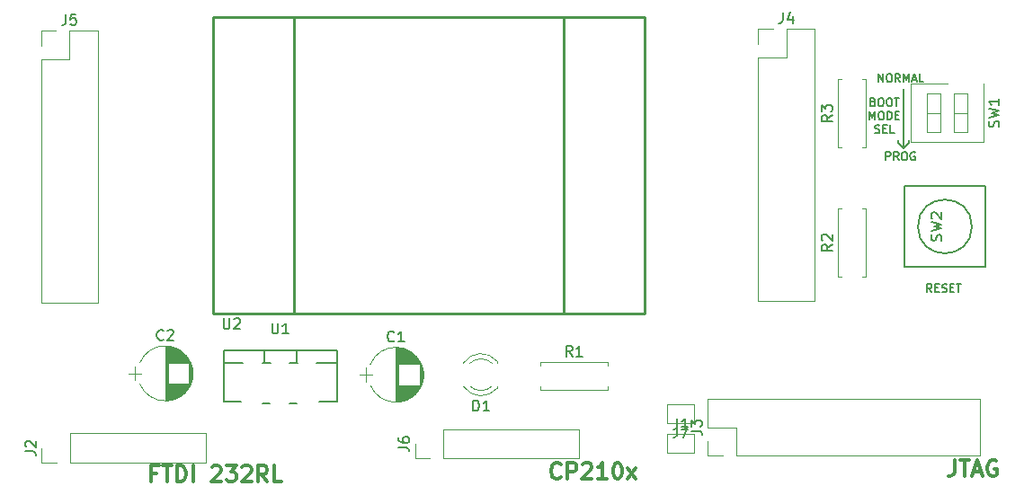
<source format=gto>
G04 #@! TF.GenerationSoftware,KiCad,Pcbnew,no-vcs-found-08c4a0b~58~ubuntu16.04.1*
G04 #@! TF.CreationDate,2017-08-29T22:35:06+03:00*
G04 #@! TF.ProjectId,ESP-32-programmer,4553502D33322D70726F6772616D6D65,1*
G04 #@! TF.SameCoordinates,Original
G04 #@! TF.FileFunction,Legend,Top*
G04 #@! TF.FilePolarity,Positive*
%FSLAX46Y46*%
G04 Gerber Fmt 4.6, Leading zero omitted, Abs format (unit mm)*
G04 Created by KiCad (PCBNEW no-vcs-found-08c4a0b~58~ubuntu16.04.1) date Tue Aug 29 22:35:06 2017*
%MOMM*%
%LPD*%
G01*
G04 APERTURE LIST*
%ADD10C,0.300000*%
%ADD11C,0.127000*%
%ADD12C,0.200000*%
%ADD13C,0.254000*%
%ADD14C,0.050000*%
%ADD15C,0.120000*%
%ADD16C,0.150000*%
G04 APERTURE END LIST*
D10*
X109272285Y-87776857D02*
X108772285Y-87776857D01*
X108772285Y-88562571D02*
X108772285Y-87062571D01*
X109486571Y-87062571D01*
X109843714Y-87062571D02*
X110700857Y-87062571D01*
X110272285Y-88562571D02*
X110272285Y-87062571D01*
X111200857Y-88562571D02*
X111200857Y-87062571D01*
X111558000Y-87062571D01*
X111772285Y-87134000D01*
X111915142Y-87276857D01*
X111986571Y-87419714D01*
X112058000Y-87705428D01*
X112058000Y-87919714D01*
X111986571Y-88205428D01*
X111915142Y-88348285D01*
X111772285Y-88491142D01*
X111558000Y-88562571D01*
X111200857Y-88562571D01*
X112700857Y-88562571D02*
X112700857Y-87062571D01*
X114486571Y-87205428D02*
X114558000Y-87134000D01*
X114700857Y-87062571D01*
X115058000Y-87062571D01*
X115200857Y-87134000D01*
X115272285Y-87205428D01*
X115343714Y-87348285D01*
X115343714Y-87491142D01*
X115272285Y-87705428D01*
X114415142Y-88562571D01*
X115343714Y-88562571D01*
X115843714Y-87062571D02*
X116772285Y-87062571D01*
X116272285Y-87634000D01*
X116486571Y-87634000D01*
X116629428Y-87705428D01*
X116700857Y-87776857D01*
X116772285Y-87919714D01*
X116772285Y-88276857D01*
X116700857Y-88419714D01*
X116629428Y-88491142D01*
X116486571Y-88562571D01*
X116058000Y-88562571D01*
X115915142Y-88491142D01*
X115843714Y-88419714D01*
X117343714Y-87205428D02*
X117415142Y-87134000D01*
X117558000Y-87062571D01*
X117915142Y-87062571D01*
X118058000Y-87134000D01*
X118129428Y-87205428D01*
X118200857Y-87348285D01*
X118200857Y-87491142D01*
X118129428Y-87705428D01*
X117272285Y-88562571D01*
X118200857Y-88562571D01*
X119700857Y-88562571D02*
X119200857Y-87848285D01*
X118843714Y-88562571D02*
X118843714Y-87062571D01*
X119415142Y-87062571D01*
X119558000Y-87134000D01*
X119629428Y-87205428D01*
X119700857Y-87348285D01*
X119700857Y-87562571D01*
X119629428Y-87705428D01*
X119558000Y-87776857D01*
X119415142Y-87848285D01*
X118843714Y-87848285D01*
X121058000Y-88562571D02*
X120343714Y-88562571D01*
X120343714Y-87062571D01*
X147332285Y-88165714D02*
X147260857Y-88237142D01*
X147046571Y-88308571D01*
X146903714Y-88308571D01*
X146689428Y-88237142D01*
X146546571Y-88094285D01*
X146475142Y-87951428D01*
X146403714Y-87665714D01*
X146403714Y-87451428D01*
X146475142Y-87165714D01*
X146546571Y-87022857D01*
X146689428Y-86880000D01*
X146903714Y-86808571D01*
X147046571Y-86808571D01*
X147260857Y-86880000D01*
X147332285Y-86951428D01*
X147975142Y-88308571D02*
X147975142Y-86808571D01*
X148546571Y-86808571D01*
X148689428Y-86880000D01*
X148760857Y-86951428D01*
X148832285Y-87094285D01*
X148832285Y-87308571D01*
X148760857Y-87451428D01*
X148689428Y-87522857D01*
X148546571Y-87594285D01*
X147975142Y-87594285D01*
X149403714Y-86951428D02*
X149475142Y-86880000D01*
X149618000Y-86808571D01*
X149975142Y-86808571D01*
X150118000Y-86880000D01*
X150189428Y-86951428D01*
X150260857Y-87094285D01*
X150260857Y-87237142D01*
X150189428Y-87451428D01*
X149332285Y-88308571D01*
X150260857Y-88308571D01*
X151689428Y-88308571D02*
X150832285Y-88308571D01*
X151260857Y-88308571D02*
X151260857Y-86808571D01*
X151118000Y-87022857D01*
X150975142Y-87165714D01*
X150832285Y-87237142D01*
X152618000Y-86808571D02*
X152760857Y-86808571D01*
X152903714Y-86880000D01*
X152975142Y-86951428D01*
X153046571Y-87094285D01*
X153118000Y-87380000D01*
X153118000Y-87737142D01*
X153046571Y-88022857D01*
X152975142Y-88165714D01*
X152903714Y-88237142D01*
X152760857Y-88308571D01*
X152618000Y-88308571D01*
X152475142Y-88237142D01*
X152403714Y-88165714D01*
X152332285Y-88022857D01*
X152260857Y-87737142D01*
X152260857Y-87380000D01*
X152332285Y-87094285D01*
X152403714Y-86951428D01*
X152475142Y-86880000D01*
X152618000Y-86808571D01*
X153618000Y-88308571D02*
X154403714Y-87308571D01*
X153618000Y-87308571D02*
X154403714Y-88308571D01*
D11*
X177255714Y-50890714D02*
X177255714Y-50128714D01*
X177691142Y-50890714D01*
X177691142Y-50128714D01*
X178199142Y-50128714D02*
X178344285Y-50128714D01*
X178416857Y-50165000D01*
X178489428Y-50237571D01*
X178525714Y-50382714D01*
X178525714Y-50636714D01*
X178489428Y-50781857D01*
X178416857Y-50854428D01*
X178344285Y-50890714D01*
X178199142Y-50890714D01*
X178126571Y-50854428D01*
X178054000Y-50781857D01*
X178017714Y-50636714D01*
X178017714Y-50382714D01*
X178054000Y-50237571D01*
X178126571Y-50165000D01*
X178199142Y-50128714D01*
X179287714Y-50890714D02*
X179033714Y-50527857D01*
X178852285Y-50890714D02*
X178852285Y-50128714D01*
X179142571Y-50128714D01*
X179215142Y-50165000D01*
X179251428Y-50201285D01*
X179287714Y-50273857D01*
X179287714Y-50382714D01*
X179251428Y-50455285D01*
X179215142Y-50491571D01*
X179142571Y-50527857D01*
X178852285Y-50527857D01*
X179614285Y-50890714D02*
X179614285Y-50128714D01*
X179868285Y-50673000D01*
X180122285Y-50128714D01*
X180122285Y-50890714D01*
X180448857Y-50673000D02*
X180811714Y-50673000D01*
X180376285Y-50890714D02*
X180630285Y-50128714D01*
X180884285Y-50890714D01*
X181501142Y-50890714D02*
X181138285Y-50890714D01*
X181138285Y-50128714D01*
X177963285Y-58256714D02*
X177963285Y-57494714D01*
X178253571Y-57494714D01*
X178326142Y-57531000D01*
X178362428Y-57567285D01*
X178398714Y-57639857D01*
X178398714Y-57748714D01*
X178362428Y-57821285D01*
X178326142Y-57857571D01*
X178253571Y-57893857D01*
X177963285Y-57893857D01*
X179160714Y-58256714D02*
X178906714Y-57893857D01*
X178725285Y-58256714D02*
X178725285Y-57494714D01*
X179015571Y-57494714D01*
X179088142Y-57531000D01*
X179124428Y-57567285D01*
X179160714Y-57639857D01*
X179160714Y-57748714D01*
X179124428Y-57821285D01*
X179088142Y-57857571D01*
X179015571Y-57893857D01*
X178725285Y-57893857D01*
X179632428Y-57494714D02*
X179777571Y-57494714D01*
X179850142Y-57531000D01*
X179922714Y-57603571D01*
X179959000Y-57748714D01*
X179959000Y-58002714D01*
X179922714Y-58147857D01*
X179850142Y-58220428D01*
X179777571Y-58256714D01*
X179632428Y-58256714D01*
X179559857Y-58220428D01*
X179487285Y-58147857D01*
X179451000Y-58002714D01*
X179451000Y-57748714D01*
X179487285Y-57603571D01*
X179559857Y-57531000D01*
X179632428Y-57494714D01*
X180684714Y-57531000D02*
X180612142Y-57494714D01*
X180503285Y-57494714D01*
X180394428Y-57531000D01*
X180321857Y-57603571D01*
X180285571Y-57676142D01*
X180249285Y-57821285D01*
X180249285Y-57930142D01*
X180285571Y-58075285D01*
X180321857Y-58147857D01*
X180394428Y-58220428D01*
X180503285Y-58256714D01*
X180575857Y-58256714D01*
X180684714Y-58220428D01*
X180721000Y-58184142D01*
X180721000Y-57930142D01*
X180575857Y-57930142D01*
D12*
X180086000Y-56642000D02*
X180086000Y-56388000D01*
X179578000Y-57150000D02*
X180086000Y-56642000D01*
X179070000Y-56388000D02*
X179070000Y-56642000D01*
X179578000Y-57150000D02*
X179070000Y-56642000D01*
X179578000Y-51562000D02*
X179578000Y-57150000D01*
D11*
X176765857Y-52777571D02*
X176874714Y-52813857D01*
X176911000Y-52850142D01*
X176947285Y-52922714D01*
X176947285Y-53031571D01*
X176911000Y-53104142D01*
X176874714Y-53140428D01*
X176802142Y-53176714D01*
X176511857Y-53176714D01*
X176511857Y-52414714D01*
X176765857Y-52414714D01*
X176838428Y-52451000D01*
X176874714Y-52487285D01*
X176911000Y-52559857D01*
X176911000Y-52632428D01*
X176874714Y-52705000D01*
X176838428Y-52741285D01*
X176765857Y-52777571D01*
X176511857Y-52777571D01*
X177419000Y-52414714D02*
X177564142Y-52414714D01*
X177636714Y-52451000D01*
X177709285Y-52523571D01*
X177745571Y-52668714D01*
X177745571Y-52922714D01*
X177709285Y-53067857D01*
X177636714Y-53140428D01*
X177564142Y-53176714D01*
X177419000Y-53176714D01*
X177346428Y-53140428D01*
X177273857Y-53067857D01*
X177237571Y-52922714D01*
X177237571Y-52668714D01*
X177273857Y-52523571D01*
X177346428Y-52451000D01*
X177419000Y-52414714D01*
X178217285Y-52414714D02*
X178362428Y-52414714D01*
X178435000Y-52451000D01*
X178507571Y-52523571D01*
X178543857Y-52668714D01*
X178543857Y-52922714D01*
X178507571Y-53067857D01*
X178435000Y-53140428D01*
X178362428Y-53176714D01*
X178217285Y-53176714D01*
X178144714Y-53140428D01*
X178072142Y-53067857D01*
X178035857Y-52922714D01*
X178035857Y-52668714D01*
X178072142Y-52523571D01*
X178144714Y-52451000D01*
X178217285Y-52414714D01*
X178761571Y-52414714D02*
X179197000Y-52414714D01*
X178979285Y-53176714D02*
X178979285Y-52414714D01*
X176421142Y-54446714D02*
X176421142Y-53684714D01*
X176675142Y-54229000D01*
X176929142Y-53684714D01*
X176929142Y-54446714D01*
X177437142Y-53684714D02*
X177582285Y-53684714D01*
X177654857Y-53721000D01*
X177727428Y-53793571D01*
X177763714Y-53938714D01*
X177763714Y-54192714D01*
X177727428Y-54337857D01*
X177654857Y-54410428D01*
X177582285Y-54446714D01*
X177437142Y-54446714D01*
X177364571Y-54410428D01*
X177292000Y-54337857D01*
X177255714Y-54192714D01*
X177255714Y-53938714D01*
X177292000Y-53793571D01*
X177364571Y-53721000D01*
X177437142Y-53684714D01*
X178090285Y-54446714D02*
X178090285Y-53684714D01*
X178271714Y-53684714D01*
X178380571Y-53721000D01*
X178453142Y-53793571D01*
X178489428Y-53866142D01*
X178525714Y-54011285D01*
X178525714Y-54120142D01*
X178489428Y-54265285D01*
X178453142Y-54337857D01*
X178380571Y-54410428D01*
X178271714Y-54446714D01*
X178090285Y-54446714D01*
X178852285Y-54047571D02*
X179106285Y-54047571D01*
X179215142Y-54446714D02*
X178852285Y-54446714D01*
X178852285Y-53684714D01*
X179215142Y-53684714D01*
X176929142Y-55680428D02*
X177038000Y-55716714D01*
X177219428Y-55716714D01*
X177292000Y-55680428D01*
X177328285Y-55644142D01*
X177364571Y-55571571D01*
X177364571Y-55499000D01*
X177328285Y-55426428D01*
X177292000Y-55390142D01*
X177219428Y-55353857D01*
X177074285Y-55317571D01*
X177001714Y-55281285D01*
X176965428Y-55245000D01*
X176929142Y-55172428D01*
X176929142Y-55099857D01*
X176965428Y-55027285D01*
X177001714Y-54991000D01*
X177074285Y-54954714D01*
X177255714Y-54954714D01*
X177364571Y-54991000D01*
X177691142Y-55317571D02*
X177945142Y-55317571D01*
X178054000Y-55716714D02*
X177691142Y-55716714D01*
X177691142Y-54954714D01*
X178054000Y-54954714D01*
X178743428Y-55716714D02*
X178380571Y-55716714D01*
X178380571Y-54954714D01*
X182281285Y-70702714D02*
X182027285Y-70339857D01*
X181845857Y-70702714D02*
X181845857Y-69940714D01*
X182136142Y-69940714D01*
X182208714Y-69977000D01*
X182245000Y-70013285D01*
X182281285Y-70085857D01*
X182281285Y-70194714D01*
X182245000Y-70267285D01*
X182208714Y-70303571D01*
X182136142Y-70339857D01*
X181845857Y-70339857D01*
X182607857Y-70303571D02*
X182861857Y-70303571D01*
X182970714Y-70702714D02*
X182607857Y-70702714D01*
X182607857Y-69940714D01*
X182970714Y-69940714D01*
X183261000Y-70666428D02*
X183369857Y-70702714D01*
X183551285Y-70702714D01*
X183623857Y-70666428D01*
X183660142Y-70630142D01*
X183696428Y-70557571D01*
X183696428Y-70485000D01*
X183660142Y-70412428D01*
X183623857Y-70376142D01*
X183551285Y-70339857D01*
X183406142Y-70303571D01*
X183333571Y-70267285D01*
X183297285Y-70231000D01*
X183261000Y-70158428D01*
X183261000Y-70085857D01*
X183297285Y-70013285D01*
X183333571Y-69977000D01*
X183406142Y-69940714D01*
X183587571Y-69940714D01*
X183696428Y-69977000D01*
X184023000Y-70303571D02*
X184277000Y-70303571D01*
X184385857Y-70702714D02*
X184023000Y-70702714D01*
X184023000Y-69940714D01*
X184385857Y-69940714D01*
X184603571Y-69940714D02*
X185039000Y-69940714D01*
X184821285Y-70702714D02*
X184821285Y-69940714D01*
D10*
X184432000Y-86554571D02*
X184432000Y-87626000D01*
X184360571Y-87840285D01*
X184217714Y-87983142D01*
X184003428Y-88054571D01*
X183860571Y-88054571D01*
X184932000Y-86554571D02*
X185789142Y-86554571D01*
X185360571Y-88054571D02*
X185360571Y-86554571D01*
X186217714Y-87626000D02*
X186932000Y-87626000D01*
X186074857Y-88054571D02*
X186574857Y-86554571D01*
X187074857Y-88054571D01*
X188360571Y-86626000D02*
X188217714Y-86554571D01*
X188003428Y-86554571D01*
X187789142Y-86626000D01*
X187646285Y-86768857D01*
X187574857Y-86911714D01*
X187503428Y-87197428D01*
X187503428Y-87411714D01*
X187574857Y-87697428D01*
X187646285Y-87840285D01*
X187789142Y-87983142D01*
X188003428Y-88054571D01*
X188146285Y-88054571D01*
X188360571Y-87983142D01*
X188432000Y-87911714D01*
X188432000Y-87411714D01*
X188146285Y-87411714D01*
D13*
X147587000Y-72700000D02*
X147587000Y-72700000D01*
X147587000Y-72700000D02*
X147587000Y-72700000D01*
X147587000Y-72700000D02*
X147587000Y-72700000D01*
X147587000Y-44760000D02*
X147587000Y-72700000D01*
X122187000Y-72700000D02*
X122187000Y-72700000D01*
X122187000Y-44760000D02*
X122187000Y-72700000D01*
X114567000Y-72700000D02*
X114567000Y-72700000D01*
X155207000Y-72700000D02*
X114567000Y-72700000D01*
X155207000Y-72700000D02*
X155207000Y-72700000D01*
X155207000Y-44760000D02*
X155207000Y-72700000D01*
X155207000Y-44760000D02*
X155207000Y-44760000D01*
X114567000Y-44760000D02*
X155207000Y-44760000D01*
D14*
X114567000Y-44760000D02*
X114567000Y-44760000D01*
D13*
X114567000Y-72700000D02*
X114567000Y-44760000D01*
D14*
X155207000Y-72700000D02*
X114567000Y-72700000D01*
D15*
X98450000Y-86771000D02*
X98450000Y-85381000D01*
X99840000Y-86771000D02*
X98450000Y-86771000D01*
X101110000Y-83991000D02*
X101110000Y-86771000D01*
X113930000Y-83991000D02*
X101110000Y-83991000D01*
X113930000Y-86771000D02*
X113930000Y-83991000D01*
X101110000Y-86771000D02*
X113930000Y-86771000D01*
X134202863Y-77504600D02*
G75*
G03X129408564Y-77506000I-2396863J-981400D01*
G01*
X134202863Y-79467400D02*
G75*
G02X129408564Y-79466000I-2396863J981400D01*
G01*
X134202863Y-79467400D02*
G75*
G03X134203436Y-77506000I-2396863J981400D01*
G01*
X131806000Y-75936000D02*
X131806000Y-81036000D01*
X131846000Y-75936000D02*
X131846000Y-81036000D01*
X131886000Y-75937000D02*
X131886000Y-81035000D01*
X131926000Y-75938000D02*
X131926000Y-81034000D01*
X131966000Y-75940000D02*
X131966000Y-81032000D01*
X132006000Y-75943000D02*
X132006000Y-81029000D01*
X132046000Y-75947000D02*
X132046000Y-81025000D01*
X132086000Y-75951000D02*
X132086000Y-77506000D01*
X132086000Y-79466000D02*
X132086000Y-81021000D01*
X132126000Y-75955000D02*
X132126000Y-77506000D01*
X132126000Y-79466000D02*
X132126000Y-81017000D01*
X132166000Y-75961000D02*
X132166000Y-77506000D01*
X132166000Y-79466000D02*
X132166000Y-81011000D01*
X132206000Y-75967000D02*
X132206000Y-77506000D01*
X132206000Y-79466000D02*
X132206000Y-81005000D01*
X132246000Y-75973000D02*
X132246000Y-77506000D01*
X132246000Y-79466000D02*
X132246000Y-80999000D01*
X132286000Y-75980000D02*
X132286000Y-77506000D01*
X132286000Y-79466000D02*
X132286000Y-80992000D01*
X132326000Y-75988000D02*
X132326000Y-77506000D01*
X132326000Y-79466000D02*
X132326000Y-80984000D01*
X132366000Y-75997000D02*
X132366000Y-77506000D01*
X132366000Y-79466000D02*
X132366000Y-80975000D01*
X132406000Y-76006000D02*
X132406000Y-77506000D01*
X132406000Y-79466000D02*
X132406000Y-80966000D01*
X132446000Y-76016000D02*
X132446000Y-77506000D01*
X132446000Y-79466000D02*
X132446000Y-80956000D01*
X132486000Y-76026000D02*
X132486000Y-77506000D01*
X132486000Y-79466000D02*
X132486000Y-80946000D01*
X132527000Y-76038000D02*
X132527000Y-77506000D01*
X132527000Y-79466000D02*
X132527000Y-80934000D01*
X132567000Y-76050000D02*
X132567000Y-77506000D01*
X132567000Y-79466000D02*
X132567000Y-80922000D01*
X132607000Y-76062000D02*
X132607000Y-77506000D01*
X132607000Y-79466000D02*
X132607000Y-80910000D01*
X132647000Y-76076000D02*
X132647000Y-77506000D01*
X132647000Y-79466000D02*
X132647000Y-80896000D01*
X132687000Y-76090000D02*
X132687000Y-77506000D01*
X132687000Y-79466000D02*
X132687000Y-80882000D01*
X132727000Y-76104000D02*
X132727000Y-77506000D01*
X132727000Y-79466000D02*
X132727000Y-80868000D01*
X132767000Y-76120000D02*
X132767000Y-77506000D01*
X132767000Y-79466000D02*
X132767000Y-80852000D01*
X132807000Y-76136000D02*
X132807000Y-77506000D01*
X132807000Y-79466000D02*
X132807000Y-80836000D01*
X132847000Y-76153000D02*
X132847000Y-77506000D01*
X132847000Y-79466000D02*
X132847000Y-80819000D01*
X132887000Y-76171000D02*
X132887000Y-77506000D01*
X132887000Y-79466000D02*
X132887000Y-80801000D01*
X132927000Y-76190000D02*
X132927000Y-77506000D01*
X132927000Y-79466000D02*
X132927000Y-80782000D01*
X132967000Y-76210000D02*
X132967000Y-77506000D01*
X132967000Y-79466000D02*
X132967000Y-80762000D01*
X133007000Y-76230000D02*
X133007000Y-77506000D01*
X133007000Y-79466000D02*
X133007000Y-80742000D01*
X133047000Y-76252000D02*
X133047000Y-77506000D01*
X133047000Y-79466000D02*
X133047000Y-80720000D01*
X133087000Y-76274000D02*
X133087000Y-77506000D01*
X133087000Y-79466000D02*
X133087000Y-80698000D01*
X133127000Y-76297000D02*
X133127000Y-77506000D01*
X133127000Y-79466000D02*
X133127000Y-80675000D01*
X133167000Y-76321000D02*
X133167000Y-77506000D01*
X133167000Y-79466000D02*
X133167000Y-80651000D01*
X133207000Y-76346000D02*
X133207000Y-77506000D01*
X133207000Y-79466000D02*
X133207000Y-80626000D01*
X133247000Y-76373000D02*
X133247000Y-77506000D01*
X133247000Y-79466000D02*
X133247000Y-80599000D01*
X133287000Y-76400000D02*
X133287000Y-77506000D01*
X133287000Y-79466000D02*
X133287000Y-80572000D01*
X133327000Y-76428000D02*
X133327000Y-77506000D01*
X133327000Y-79466000D02*
X133327000Y-80544000D01*
X133367000Y-76458000D02*
X133367000Y-77506000D01*
X133367000Y-79466000D02*
X133367000Y-80514000D01*
X133407000Y-76489000D02*
X133407000Y-77506000D01*
X133407000Y-79466000D02*
X133407000Y-80483000D01*
X133447000Y-76521000D02*
X133447000Y-77506000D01*
X133447000Y-79466000D02*
X133447000Y-80451000D01*
X133487000Y-76554000D02*
X133487000Y-77506000D01*
X133487000Y-79466000D02*
X133487000Y-80418000D01*
X133527000Y-76589000D02*
X133527000Y-77506000D01*
X133527000Y-79466000D02*
X133527000Y-80383000D01*
X133567000Y-76625000D02*
X133567000Y-77506000D01*
X133567000Y-79466000D02*
X133567000Y-80347000D01*
X133607000Y-76663000D02*
X133607000Y-77506000D01*
X133607000Y-79466000D02*
X133607000Y-80309000D01*
X133647000Y-76703000D02*
X133647000Y-77506000D01*
X133647000Y-79466000D02*
X133647000Y-80269000D01*
X133687000Y-76744000D02*
X133687000Y-77506000D01*
X133687000Y-79466000D02*
X133687000Y-80228000D01*
X133727000Y-76787000D02*
X133727000Y-77506000D01*
X133727000Y-79466000D02*
X133727000Y-80185000D01*
X133767000Y-76832000D02*
X133767000Y-77506000D01*
X133767000Y-79466000D02*
X133767000Y-80140000D01*
X133807000Y-76880000D02*
X133807000Y-77506000D01*
X133807000Y-79466000D02*
X133807000Y-80092000D01*
X133847000Y-76930000D02*
X133847000Y-77506000D01*
X133847000Y-79466000D02*
X133847000Y-80042000D01*
X133887000Y-76982000D02*
X133887000Y-77506000D01*
X133887000Y-79466000D02*
X133887000Y-79990000D01*
X133927000Y-77038000D02*
X133927000Y-77506000D01*
X133927000Y-79466000D02*
X133927000Y-79934000D01*
X133967000Y-77096000D02*
X133967000Y-77506000D01*
X133967000Y-79466000D02*
X133967000Y-79876000D01*
X134007000Y-77159000D02*
X134007000Y-77506000D01*
X134007000Y-79466000D02*
X134007000Y-79813000D01*
X134047000Y-77225000D02*
X134047000Y-79747000D01*
X134087000Y-77297000D02*
X134087000Y-79675000D01*
X134127000Y-77374000D02*
X134127000Y-79598000D01*
X134167000Y-77458000D02*
X134167000Y-79514000D01*
X134207000Y-77552000D02*
X134207000Y-79420000D01*
X134247000Y-77657000D02*
X134247000Y-79315000D01*
X134287000Y-77779000D02*
X134287000Y-79193000D01*
X134327000Y-77927000D02*
X134327000Y-79045000D01*
X134367000Y-78132000D02*
X134367000Y-78840000D01*
X128356000Y-78486000D02*
X129556000Y-78486000D01*
X128956000Y-77836000D02*
X128956000Y-79136000D01*
D16*
X126238000Y-77343000D02*
X124333000Y-77343000D01*
X121793000Y-77343000D02*
X122555000Y-77343000D01*
X119380000Y-77343000D02*
X119253000Y-77343000D01*
X119380000Y-77343000D02*
X120015000Y-77343000D01*
X115570000Y-77343000D02*
X117348000Y-77343000D01*
X115570000Y-81026000D02*
X117221000Y-81026000D01*
X119888000Y-81153000D02*
X119253000Y-81153000D01*
X122428000Y-81153000D02*
X121793000Y-81153000D01*
X126238000Y-81026000D02*
X124587000Y-81026000D01*
X119380000Y-76200000D02*
X119380000Y-77343000D01*
X122428000Y-76200000D02*
X122428000Y-77343000D01*
X126238000Y-77343000D02*
X126238000Y-81026000D01*
X115570000Y-81026000D02*
X115570000Y-77343000D01*
X126238000Y-76200000D02*
X126238000Y-77343000D01*
X115570000Y-77343000D02*
X115570000Y-76200000D01*
X120904000Y-76200000D02*
X115570000Y-76200000D01*
X120904000Y-76200000D02*
X126238000Y-76200000D01*
D15*
X138154665Y-79564608D02*
G75*
G03X141387000Y-79721516I1672335J1078608D01*
G01*
X138154665Y-77407392D02*
G75*
G02X141387000Y-77250484I1672335J-1078608D01*
G01*
X138785870Y-79565837D02*
G75*
G03X140867961Y-79566000I1041130J1079837D01*
G01*
X138785870Y-77406163D02*
G75*
G02X140867961Y-77406000I1041130J-1079837D01*
G01*
X141387000Y-79722000D02*
X141387000Y-79566000D01*
X141387000Y-77406000D02*
X141387000Y-77250000D01*
X187170000Y-51040000D02*
X187170000Y-56580000D01*
X187170000Y-56580000D02*
X180290000Y-56580000D01*
X180290000Y-56580000D02*
X180290000Y-51040000D01*
X180290000Y-51040000D02*
X183730000Y-51040000D01*
X185635000Y-52000000D02*
X184365000Y-52000000D01*
X184365000Y-52000000D02*
X184365000Y-55620000D01*
X184365000Y-55620000D02*
X185635000Y-55620000D01*
X185635000Y-55620000D02*
X185635000Y-52000000D01*
X185635000Y-53810000D02*
X184365000Y-53810000D01*
X183095000Y-52000000D02*
X181825000Y-52000000D01*
X181825000Y-52000000D02*
X181825000Y-55620000D01*
X181825000Y-55620000D02*
X183095000Y-55620000D01*
X183095000Y-55620000D02*
X183095000Y-52000000D01*
X183095000Y-53810000D02*
X181825000Y-53810000D01*
D16*
X186055000Y-64516000D02*
G75*
G03X186055000Y-64516000I-2540000J0D01*
G01*
X179705000Y-68326000D02*
X179705000Y-60706000D01*
X179705000Y-60706000D02*
X187325000Y-60706000D01*
X187325000Y-60706000D02*
X187325000Y-68326000D01*
X179705000Y-68326000D02*
X187325000Y-68326000D01*
D15*
X112485863Y-77377600D02*
G75*
G03X107691564Y-77379000I-2396863J-981400D01*
G01*
X112485863Y-79340400D02*
G75*
G02X107691564Y-79339000I-2396863J981400D01*
G01*
X112485863Y-79340400D02*
G75*
G03X112486436Y-77379000I-2396863J981400D01*
G01*
X110089000Y-75809000D02*
X110089000Y-80909000D01*
X110129000Y-75809000D02*
X110129000Y-80909000D01*
X110169000Y-75810000D02*
X110169000Y-80908000D01*
X110209000Y-75811000D02*
X110209000Y-80907000D01*
X110249000Y-75813000D02*
X110249000Y-80905000D01*
X110289000Y-75816000D02*
X110289000Y-80902000D01*
X110329000Y-75820000D02*
X110329000Y-80898000D01*
X110369000Y-75824000D02*
X110369000Y-77379000D01*
X110369000Y-79339000D02*
X110369000Y-80894000D01*
X110409000Y-75828000D02*
X110409000Y-77379000D01*
X110409000Y-79339000D02*
X110409000Y-80890000D01*
X110449000Y-75834000D02*
X110449000Y-77379000D01*
X110449000Y-79339000D02*
X110449000Y-80884000D01*
X110489000Y-75840000D02*
X110489000Y-77379000D01*
X110489000Y-79339000D02*
X110489000Y-80878000D01*
X110529000Y-75846000D02*
X110529000Y-77379000D01*
X110529000Y-79339000D02*
X110529000Y-80872000D01*
X110569000Y-75853000D02*
X110569000Y-77379000D01*
X110569000Y-79339000D02*
X110569000Y-80865000D01*
X110609000Y-75861000D02*
X110609000Y-77379000D01*
X110609000Y-79339000D02*
X110609000Y-80857000D01*
X110649000Y-75870000D02*
X110649000Y-77379000D01*
X110649000Y-79339000D02*
X110649000Y-80848000D01*
X110689000Y-75879000D02*
X110689000Y-77379000D01*
X110689000Y-79339000D02*
X110689000Y-80839000D01*
X110729000Y-75889000D02*
X110729000Y-77379000D01*
X110729000Y-79339000D02*
X110729000Y-80829000D01*
X110769000Y-75899000D02*
X110769000Y-77379000D01*
X110769000Y-79339000D02*
X110769000Y-80819000D01*
X110810000Y-75911000D02*
X110810000Y-77379000D01*
X110810000Y-79339000D02*
X110810000Y-80807000D01*
X110850000Y-75923000D02*
X110850000Y-77379000D01*
X110850000Y-79339000D02*
X110850000Y-80795000D01*
X110890000Y-75935000D02*
X110890000Y-77379000D01*
X110890000Y-79339000D02*
X110890000Y-80783000D01*
X110930000Y-75949000D02*
X110930000Y-77379000D01*
X110930000Y-79339000D02*
X110930000Y-80769000D01*
X110970000Y-75963000D02*
X110970000Y-77379000D01*
X110970000Y-79339000D02*
X110970000Y-80755000D01*
X111010000Y-75977000D02*
X111010000Y-77379000D01*
X111010000Y-79339000D02*
X111010000Y-80741000D01*
X111050000Y-75993000D02*
X111050000Y-77379000D01*
X111050000Y-79339000D02*
X111050000Y-80725000D01*
X111090000Y-76009000D02*
X111090000Y-77379000D01*
X111090000Y-79339000D02*
X111090000Y-80709000D01*
X111130000Y-76026000D02*
X111130000Y-77379000D01*
X111130000Y-79339000D02*
X111130000Y-80692000D01*
X111170000Y-76044000D02*
X111170000Y-77379000D01*
X111170000Y-79339000D02*
X111170000Y-80674000D01*
X111210000Y-76063000D02*
X111210000Y-77379000D01*
X111210000Y-79339000D02*
X111210000Y-80655000D01*
X111250000Y-76083000D02*
X111250000Y-77379000D01*
X111250000Y-79339000D02*
X111250000Y-80635000D01*
X111290000Y-76103000D02*
X111290000Y-77379000D01*
X111290000Y-79339000D02*
X111290000Y-80615000D01*
X111330000Y-76125000D02*
X111330000Y-77379000D01*
X111330000Y-79339000D02*
X111330000Y-80593000D01*
X111370000Y-76147000D02*
X111370000Y-77379000D01*
X111370000Y-79339000D02*
X111370000Y-80571000D01*
X111410000Y-76170000D02*
X111410000Y-77379000D01*
X111410000Y-79339000D02*
X111410000Y-80548000D01*
X111450000Y-76194000D02*
X111450000Y-77379000D01*
X111450000Y-79339000D02*
X111450000Y-80524000D01*
X111490000Y-76219000D02*
X111490000Y-77379000D01*
X111490000Y-79339000D02*
X111490000Y-80499000D01*
X111530000Y-76246000D02*
X111530000Y-77379000D01*
X111530000Y-79339000D02*
X111530000Y-80472000D01*
X111570000Y-76273000D02*
X111570000Y-77379000D01*
X111570000Y-79339000D02*
X111570000Y-80445000D01*
X111610000Y-76301000D02*
X111610000Y-77379000D01*
X111610000Y-79339000D02*
X111610000Y-80417000D01*
X111650000Y-76331000D02*
X111650000Y-77379000D01*
X111650000Y-79339000D02*
X111650000Y-80387000D01*
X111690000Y-76362000D02*
X111690000Y-77379000D01*
X111690000Y-79339000D02*
X111690000Y-80356000D01*
X111730000Y-76394000D02*
X111730000Y-77379000D01*
X111730000Y-79339000D02*
X111730000Y-80324000D01*
X111770000Y-76427000D02*
X111770000Y-77379000D01*
X111770000Y-79339000D02*
X111770000Y-80291000D01*
X111810000Y-76462000D02*
X111810000Y-77379000D01*
X111810000Y-79339000D02*
X111810000Y-80256000D01*
X111850000Y-76498000D02*
X111850000Y-77379000D01*
X111850000Y-79339000D02*
X111850000Y-80220000D01*
X111890000Y-76536000D02*
X111890000Y-77379000D01*
X111890000Y-79339000D02*
X111890000Y-80182000D01*
X111930000Y-76576000D02*
X111930000Y-77379000D01*
X111930000Y-79339000D02*
X111930000Y-80142000D01*
X111970000Y-76617000D02*
X111970000Y-77379000D01*
X111970000Y-79339000D02*
X111970000Y-80101000D01*
X112010000Y-76660000D02*
X112010000Y-77379000D01*
X112010000Y-79339000D02*
X112010000Y-80058000D01*
X112050000Y-76705000D02*
X112050000Y-77379000D01*
X112050000Y-79339000D02*
X112050000Y-80013000D01*
X112090000Y-76753000D02*
X112090000Y-77379000D01*
X112090000Y-79339000D02*
X112090000Y-79965000D01*
X112130000Y-76803000D02*
X112130000Y-77379000D01*
X112130000Y-79339000D02*
X112130000Y-79915000D01*
X112170000Y-76855000D02*
X112170000Y-77379000D01*
X112170000Y-79339000D02*
X112170000Y-79863000D01*
X112210000Y-76911000D02*
X112210000Y-77379000D01*
X112210000Y-79339000D02*
X112210000Y-79807000D01*
X112250000Y-76969000D02*
X112250000Y-77379000D01*
X112250000Y-79339000D02*
X112250000Y-79749000D01*
X112290000Y-77032000D02*
X112290000Y-77379000D01*
X112290000Y-79339000D02*
X112290000Y-79686000D01*
X112330000Y-77098000D02*
X112330000Y-79620000D01*
X112370000Y-77170000D02*
X112370000Y-79548000D01*
X112410000Y-77247000D02*
X112410000Y-79471000D01*
X112450000Y-77331000D02*
X112450000Y-79387000D01*
X112490000Y-77425000D02*
X112490000Y-79293000D01*
X112530000Y-77530000D02*
X112530000Y-79188000D01*
X112570000Y-77652000D02*
X112570000Y-79066000D01*
X112610000Y-77800000D02*
X112610000Y-78918000D01*
X112650000Y-78005000D02*
X112650000Y-78713000D01*
X106639000Y-78359000D02*
X107839000Y-78359000D01*
X107239000Y-77709000D02*
X107239000Y-79009000D01*
X159893000Y-81279000D02*
X159893000Y-83059000D01*
X157353000Y-83059000D02*
X157353000Y-81279000D01*
X157353000Y-83059000D02*
X159893000Y-83059000D01*
X159893000Y-81279000D02*
X157353000Y-81279000D01*
X157358000Y-85853000D02*
X159898000Y-85853000D01*
X159898000Y-84073000D02*
X157358000Y-84073000D01*
X159898000Y-84073000D02*
X159898000Y-85853000D01*
X157358000Y-85853000D02*
X157358000Y-84073000D01*
X151800000Y-79923000D02*
X151800000Y-79593000D01*
X145380000Y-79923000D02*
X151800000Y-79923000D01*
X145380000Y-79593000D02*
X145380000Y-79923000D01*
X151800000Y-77303000D02*
X151800000Y-77633000D01*
X145380000Y-77303000D02*
X151800000Y-77303000D01*
X145380000Y-77633000D02*
X145380000Y-77303000D01*
X176062000Y-50638000D02*
X175732000Y-50638000D01*
X176062000Y-57058000D02*
X176062000Y-50638000D01*
X175732000Y-57058000D02*
X176062000Y-57058000D01*
X173442000Y-50638000D02*
X173772000Y-50638000D01*
X173442000Y-57058000D02*
X173442000Y-50638000D01*
X173772000Y-57058000D02*
X173442000Y-57058000D01*
X173772000Y-69250000D02*
X173442000Y-69250000D01*
X173442000Y-69250000D02*
X173442000Y-62830000D01*
X173442000Y-62830000D02*
X173772000Y-62830000D01*
X175732000Y-69250000D02*
X176062000Y-69250000D01*
X176062000Y-69250000D02*
X176062000Y-62830000D01*
X176062000Y-62830000D02*
X175732000Y-62830000D01*
X161170000Y-86099000D02*
X161170000Y-84709000D01*
X162560000Y-86099000D02*
X161170000Y-86099000D01*
X163830000Y-83439000D02*
X163830000Y-86099000D01*
X161170000Y-83439000D02*
X163830000Y-83439000D01*
X161170000Y-80779000D02*
X161170000Y-83439000D01*
X186810000Y-80779000D02*
X161170000Y-80779000D01*
X186810000Y-86099000D02*
X186810000Y-80779000D01*
X163830000Y-86099000D02*
X186810000Y-86099000D01*
X165943000Y-48570000D02*
X165943000Y-71550000D01*
X165943000Y-71550000D02*
X171263000Y-71550000D01*
X171263000Y-71550000D02*
X171263000Y-45910000D01*
X171263000Y-45910000D02*
X168603000Y-45910000D01*
X168603000Y-45910000D02*
X168603000Y-48570000D01*
X168603000Y-48570000D02*
X165943000Y-48570000D01*
X165943000Y-47300000D02*
X165943000Y-45910000D01*
X165943000Y-45910000D02*
X167333000Y-45910000D01*
X98403000Y-46070000D02*
X99793000Y-46070000D01*
X98403000Y-47460000D02*
X98403000Y-46070000D01*
X101063000Y-48730000D02*
X98403000Y-48730000D01*
X101063000Y-46070000D02*
X101063000Y-48730000D01*
X103723000Y-46070000D02*
X101063000Y-46070000D01*
X103723000Y-71710000D02*
X103723000Y-46070000D01*
X98403000Y-71710000D02*
X103723000Y-71710000D01*
X98403000Y-48730000D02*
X98403000Y-71710000D01*
X136270000Y-86390000D02*
X149090000Y-86390000D01*
X149090000Y-86390000D02*
X149090000Y-83610000D01*
X149090000Y-83610000D02*
X136270000Y-83610000D01*
X136270000Y-83610000D02*
X136270000Y-86390000D01*
X135000000Y-86390000D02*
X133610000Y-86390000D01*
X133610000Y-86390000D02*
X133610000Y-85000000D01*
D16*
X115583095Y-73168380D02*
X115583095Y-73977904D01*
X115630714Y-74073142D01*
X115678333Y-74120761D01*
X115773571Y-74168380D01*
X115964047Y-74168380D01*
X116059285Y-74120761D01*
X116106904Y-74073142D01*
X116154523Y-73977904D01*
X116154523Y-73168380D01*
X116583095Y-73263619D02*
X116630714Y-73216000D01*
X116725952Y-73168380D01*
X116964047Y-73168380D01*
X117059285Y-73216000D01*
X117106904Y-73263619D01*
X117154523Y-73358857D01*
X117154523Y-73454095D01*
X117106904Y-73596952D01*
X116535476Y-74168380D01*
X117154523Y-74168380D01*
X96902380Y-85714333D02*
X97616666Y-85714333D01*
X97759523Y-85761952D01*
X97854761Y-85857190D01*
X97902380Y-86000047D01*
X97902380Y-86095285D01*
X96997619Y-85285761D02*
X96950000Y-85238142D01*
X96902380Y-85142904D01*
X96902380Y-84904809D01*
X96950000Y-84809571D01*
X96997619Y-84761952D01*
X97092857Y-84714333D01*
X97188095Y-84714333D01*
X97330952Y-84761952D01*
X97902380Y-85333380D01*
X97902380Y-84714333D01*
X131639333Y-75283142D02*
X131591714Y-75330761D01*
X131448857Y-75378380D01*
X131353619Y-75378380D01*
X131210761Y-75330761D01*
X131115523Y-75235523D01*
X131067904Y-75140285D01*
X131020285Y-74949809D01*
X131020285Y-74806952D01*
X131067904Y-74616476D01*
X131115523Y-74521238D01*
X131210761Y-74426000D01*
X131353619Y-74378380D01*
X131448857Y-74378380D01*
X131591714Y-74426000D01*
X131639333Y-74473619D01*
X132591714Y-75378380D02*
X132020285Y-75378380D01*
X132306000Y-75378380D02*
X132306000Y-74378380D01*
X132210761Y-74521238D01*
X132115523Y-74616476D01*
X132020285Y-74664095D01*
X120142095Y-73620380D02*
X120142095Y-74429904D01*
X120189714Y-74525142D01*
X120237333Y-74572761D01*
X120332571Y-74620380D01*
X120523047Y-74620380D01*
X120618285Y-74572761D01*
X120665904Y-74525142D01*
X120713523Y-74429904D01*
X120713523Y-73620380D01*
X121713523Y-74620380D02*
X121142095Y-74620380D01*
X121427809Y-74620380D02*
X121427809Y-73620380D01*
X121332571Y-73763238D01*
X121237333Y-73858476D01*
X121142095Y-73906095D01*
X139088904Y-81898380D02*
X139088904Y-80898380D01*
X139327000Y-80898380D01*
X139469857Y-80946000D01*
X139565095Y-81041238D01*
X139612714Y-81136476D01*
X139660333Y-81326952D01*
X139660333Y-81469809D01*
X139612714Y-81660285D01*
X139565095Y-81755523D01*
X139469857Y-81850761D01*
X139327000Y-81898380D01*
X139088904Y-81898380D01*
X140612714Y-81898380D02*
X140041285Y-81898380D01*
X140327000Y-81898380D02*
X140327000Y-80898380D01*
X140231761Y-81041238D01*
X140136523Y-81136476D01*
X140041285Y-81184095D01*
X188574761Y-55143333D02*
X188622380Y-55000476D01*
X188622380Y-54762380D01*
X188574761Y-54667142D01*
X188527142Y-54619523D01*
X188431904Y-54571904D01*
X188336666Y-54571904D01*
X188241428Y-54619523D01*
X188193809Y-54667142D01*
X188146190Y-54762380D01*
X188098571Y-54952857D01*
X188050952Y-55048095D01*
X188003333Y-55095714D01*
X187908095Y-55143333D01*
X187812857Y-55143333D01*
X187717619Y-55095714D01*
X187670000Y-55048095D01*
X187622380Y-54952857D01*
X187622380Y-54714761D01*
X187670000Y-54571904D01*
X187622380Y-54238571D02*
X188622380Y-54000476D01*
X187908095Y-53810000D01*
X188622380Y-53619523D01*
X187622380Y-53381428D01*
X188622380Y-52476666D02*
X188622380Y-53048095D01*
X188622380Y-52762380D02*
X187622380Y-52762380D01*
X187765238Y-52857619D01*
X187860476Y-52952857D01*
X187908095Y-53048095D01*
X183157761Y-65849333D02*
X183205380Y-65706476D01*
X183205380Y-65468380D01*
X183157761Y-65373142D01*
X183110142Y-65325523D01*
X183014904Y-65277904D01*
X182919666Y-65277904D01*
X182824428Y-65325523D01*
X182776809Y-65373142D01*
X182729190Y-65468380D01*
X182681571Y-65658857D01*
X182633952Y-65754095D01*
X182586333Y-65801714D01*
X182491095Y-65849333D01*
X182395857Y-65849333D01*
X182300619Y-65801714D01*
X182253000Y-65754095D01*
X182205380Y-65658857D01*
X182205380Y-65420761D01*
X182253000Y-65277904D01*
X182205380Y-64944571D02*
X183205380Y-64706476D01*
X182491095Y-64516000D01*
X183205380Y-64325523D01*
X182205380Y-64087428D01*
X182300619Y-63754095D02*
X182253000Y-63706476D01*
X182205380Y-63611238D01*
X182205380Y-63373142D01*
X182253000Y-63277904D01*
X182300619Y-63230285D01*
X182395857Y-63182666D01*
X182491095Y-63182666D01*
X182633952Y-63230285D01*
X183205380Y-63801714D01*
X183205380Y-63182666D01*
X109922333Y-75156142D02*
X109874714Y-75203761D01*
X109731857Y-75251380D01*
X109636619Y-75251380D01*
X109493761Y-75203761D01*
X109398523Y-75108523D01*
X109350904Y-75013285D01*
X109303285Y-74822809D01*
X109303285Y-74679952D01*
X109350904Y-74489476D01*
X109398523Y-74394238D01*
X109493761Y-74299000D01*
X109636619Y-74251380D01*
X109731857Y-74251380D01*
X109874714Y-74299000D01*
X109922333Y-74346619D01*
X110303285Y-74346619D02*
X110350904Y-74299000D01*
X110446142Y-74251380D01*
X110684238Y-74251380D01*
X110779476Y-74299000D01*
X110827095Y-74346619D01*
X110874714Y-74441857D01*
X110874714Y-74537095D01*
X110827095Y-74679952D01*
X110255666Y-75251380D01*
X110874714Y-75251380D01*
X158289666Y-83401380D02*
X158289666Y-84115666D01*
X158242047Y-84258523D01*
X158146809Y-84353761D01*
X158003952Y-84401380D01*
X157908714Y-84401380D01*
X158670619Y-83401380D02*
X159337285Y-83401380D01*
X158908714Y-84401380D01*
X158294666Y-82635380D02*
X158294666Y-83349666D01*
X158247047Y-83492523D01*
X158151809Y-83587761D01*
X158008952Y-83635380D01*
X157913714Y-83635380D01*
X159294666Y-83635380D02*
X158723238Y-83635380D01*
X159008952Y-83635380D02*
X159008952Y-82635380D01*
X158913714Y-82778238D01*
X158818476Y-82873476D01*
X158723238Y-82921095D01*
X148423333Y-76755380D02*
X148090000Y-76279190D01*
X147851904Y-76755380D02*
X147851904Y-75755380D01*
X148232857Y-75755380D01*
X148328095Y-75803000D01*
X148375714Y-75850619D01*
X148423333Y-75945857D01*
X148423333Y-76088714D01*
X148375714Y-76183952D01*
X148328095Y-76231571D01*
X148232857Y-76279190D01*
X147851904Y-76279190D01*
X149375714Y-76755380D02*
X148804285Y-76755380D01*
X149090000Y-76755380D02*
X149090000Y-75755380D01*
X148994761Y-75898238D01*
X148899523Y-75993476D01*
X148804285Y-76041095D01*
X172894380Y-54014666D02*
X172418190Y-54348000D01*
X172894380Y-54586095D02*
X171894380Y-54586095D01*
X171894380Y-54205142D01*
X171942000Y-54109904D01*
X171989619Y-54062285D01*
X172084857Y-54014666D01*
X172227714Y-54014666D01*
X172322952Y-54062285D01*
X172370571Y-54109904D01*
X172418190Y-54205142D01*
X172418190Y-54586095D01*
X171894380Y-53681333D02*
X171894380Y-53062285D01*
X172275333Y-53395619D01*
X172275333Y-53252761D01*
X172322952Y-53157523D01*
X172370571Y-53109904D01*
X172465809Y-53062285D01*
X172703904Y-53062285D01*
X172799142Y-53109904D01*
X172846761Y-53157523D01*
X172894380Y-53252761D01*
X172894380Y-53538476D01*
X172846761Y-53633714D01*
X172799142Y-53681333D01*
X172894380Y-66206666D02*
X172418190Y-66540000D01*
X172894380Y-66778095D02*
X171894380Y-66778095D01*
X171894380Y-66397142D01*
X171942000Y-66301904D01*
X171989619Y-66254285D01*
X172084857Y-66206666D01*
X172227714Y-66206666D01*
X172322952Y-66254285D01*
X172370571Y-66301904D01*
X172418190Y-66397142D01*
X172418190Y-66778095D01*
X171989619Y-65825714D02*
X171942000Y-65778095D01*
X171894380Y-65682857D01*
X171894380Y-65444761D01*
X171942000Y-65349523D01*
X171989619Y-65301904D01*
X172084857Y-65254285D01*
X172180095Y-65254285D01*
X172322952Y-65301904D01*
X172894380Y-65873333D01*
X172894380Y-65254285D01*
X159622380Y-83772333D02*
X160336666Y-83772333D01*
X160479523Y-83819952D01*
X160574761Y-83915190D01*
X160622380Y-84058047D01*
X160622380Y-84153285D01*
X159622380Y-83391380D02*
X159622380Y-82772333D01*
X160003333Y-83105666D01*
X160003333Y-82962809D01*
X160050952Y-82867571D01*
X160098571Y-82819952D01*
X160193809Y-82772333D01*
X160431904Y-82772333D01*
X160527142Y-82819952D01*
X160574761Y-82867571D01*
X160622380Y-82962809D01*
X160622380Y-83248523D01*
X160574761Y-83343761D01*
X160527142Y-83391380D01*
X168269666Y-44362380D02*
X168269666Y-45076666D01*
X168222047Y-45219523D01*
X168126809Y-45314761D01*
X167983952Y-45362380D01*
X167888714Y-45362380D01*
X169174428Y-44695714D02*
X169174428Y-45362380D01*
X168936333Y-44314761D02*
X168698238Y-45029047D01*
X169317285Y-45029047D01*
X100729666Y-44522380D02*
X100729666Y-45236666D01*
X100682047Y-45379523D01*
X100586809Y-45474761D01*
X100443952Y-45522380D01*
X100348714Y-45522380D01*
X101682047Y-44522380D02*
X101205857Y-44522380D01*
X101158238Y-44998571D01*
X101205857Y-44950952D01*
X101301095Y-44903333D01*
X101539190Y-44903333D01*
X101634428Y-44950952D01*
X101682047Y-44998571D01*
X101729666Y-45093809D01*
X101729666Y-45331904D01*
X101682047Y-45427142D01*
X101634428Y-45474761D01*
X101539190Y-45522380D01*
X101301095Y-45522380D01*
X101205857Y-45474761D01*
X101158238Y-45427142D01*
X132062380Y-85333333D02*
X132776666Y-85333333D01*
X132919523Y-85380952D01*
X133014761Y-85476190D01*
X133062380Y-85619047D01*
X133062380Y-85714285D01*
X132062380Y-84428571D02*
X132062380Y-84619047D01*
X132110000Y-84714285D01*
X132157619Y-84761904D01*
X132300476Y-84857142D01*
X132490952Y-84904761D01*
X132871904Y-84904761D01*
X132967142Y-84857142D01*
X133014761Y-84809523D01*
X133062380Y-84714285D01*
X133062380Y-84523809D01*
X133014761Y-84428571D01*
X132967142Y-84380952D01*
X132871904Y-84333333D01*
X132633809Y-84333333D01*
X132538571Y-84380952D01*
X132490952Y-84428571D01*
X132443333Y-84523809D01*
X132443333Y-84714285D01*
X132490952Y-84809523D01*
X132538571Y-84857142D01*
X132633809Y-84904761D01*
M02*

</source>
